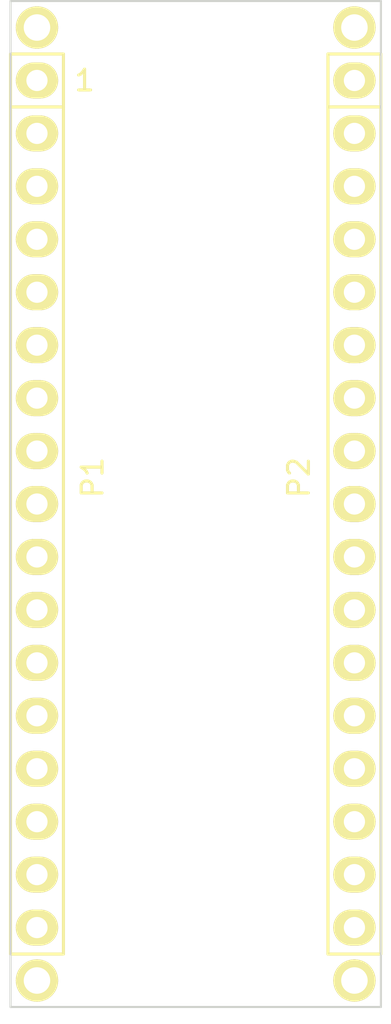
<source format=kicad_pcb>
(kicad_pcb (version 20221018) (generator pcbnew)
  (title_block (date "sam. 04 avril 2015"))
  (layers (0 "F.Cu" signal) (31 "B.Cu" signal) (34 "B.Paste" user) (35 "F.Paste" user) (36 "B.SilkS" user "B.Silkscreen") (37 "F.SilkS" user "F.Silkscreen") (38 "B.Mask" user) (39 "F.Mask" user) (44 "Edge.Cuts" user))
  (net 0 "")
  (net 1 "/MOSI")
  (net 2 "/SS")
  (net 3 "/Reset")
  (net 4 "GND")
  (net 5 "/2(SDA)")
  (net 6 "/3(**/SCL)")
  (net 7 "/4(A6)")
  (net 8 "/5(**)")
  (net 9 "/6(**/A7)")
  (net 10 "/7")
  (net 11 "/8(A8)")
  (net 12 "/9(**/A9)")
  (net 13 "/10(A10)")
  (net 14 "/11(**)")
  (net 15 "/12(A11)")
  (net 16 "/SCK")
  (net 17 "/MISO")
  (net 18 "/Vin")
  (net 19 "+5V")
  (net 20 "/A5")
  (net 21 "/A4")
  (net 22 "/A3")
  (net 23 "/A2")
  (net 24 "/A1")
  (net 25 "/A0")
  (net 26 "/AREF")
  (net 27 "/13(**)")
  (net 28 "Net-(P3-Pad1)")
  (net 29 "Net-(P4-Pad1)")
  (net 30 "Net-(P5-Pad1)")
  (net 31 "Net-(P6-Pad1)")
  (net 32 "/1(Tx1)")
  (net 33 "/0(Rx1)")
  (net 34 "Net-(P2-Pad7)")
  (net 35 "Net-(P2-Pad8)")
  (net 36 "+3V3")
  (footprint "Socket_Arduino_Micro:Socket_Strip_Arduino_1x17" (layer "F.Cu") (at 137.033 70.866 -90)
    (fp_text reference "P1" (at 19.05 -2.667 270) (layer "F.SilkS"))
    (fp_text value "Digital")
    (fp_line (start -1.27 -1.27) (end -1.27 1.27) (stroke (width 0.15)) (layer "F.SilkS"))
    (fp_line (start -1.27 1.27) (end 1.27 1.27) (stroke (width 0.15)) (layer "F.SilkS"))
    (fp_line (start 1.27 -1.27) (end -1.27 -1.27) (stroke (width 0.15)) (layer "F.SilkS"))
    (fp_line (start 1.27 1.27) (end 1.27 -1.27) (stroke (width 0.15)) (layer "F.SilkS"))
    (fp_line (start 1.27 1.27) (end 41.91 1.27) (stroke (width 0.15)) (layer "F.SilkS"))
    (fp_line (start 41.91 -1.27) (end 1.27 -1.27) (stroke (width 0.15)) (layer "F.SilkS"))
    (fp_line (start 41.91 1.27) (end 41.91 -1.27) (stroke (width 0.15)) (layer "F.SilkS"))
    (pad "1" thru_hole oval locked (at 0 0 270) (size 1.7272 2.032) (drill 1.016) (layers "*.Cu" "*.Mask" "F.SilkS") (net 1 "/MOSI"))
    (pad "2" thru_hole oval locked (at 2.54 0 270) (size 1.7272 2.032) (drill 1.016) (layers "*.Cu" "*.Mask" "F.SilkS") (net 2 "/SS"))
    (pad "3" thru_hole oval locked (at 5.08 0 270) (size 1.7272 2.032) (drill 1.016) (layers "*.Cu" "*.Mask" "F.SilkS") (net 32 "/1(Tx1)"))
    (pad "4" thru_hole oval locked (at 7.62 0 270) (size 1.7272 2.032) (drill 1.016) (layers "*.Cu" "*.Mask" "F.SilkS") (net 33 "/0(Rx1)"))
    (pad "5" thru_hole oval locked (at 10.16 0 270) (size 1.7272 2.032) (drill 1.016) (layers "*.Cu" "*.Mask" "F.SilkS") (net 3 "/Reset"))
    (pad "6" thru_hole oval locked (at 12.7 0 270) (size 1.7272 2.032) (drill 1.016) (layers "*.Cu" "*.Mask" "F.SilkS") (net 4 "GND"))
    (pad "7" thru_hole oval locked (at 15.24 0 270) (size 1.7272 2.032) (drill 1.016) (layers "*.Cu" "*.Mask" "F.SilkS") (net 5 "/2(SDA)"))
    (pad "8" thru_hole oval locked (at 17.78 0 270) (size 1.7272 2.032) (drill 1.016) (layers "*.Cu" "*.Mask" "F.SilkS") (net 6 "/3(**/SCL)"))
    (pad "9" thru_hole oval locked (at 20.32 0 270) (size 1.7272 2.032) (drill 1.016) (layers "*.Cu" "*.Mask" "F.SilkS") (net 7 "/4(A6)"))
    (pad "10" thru_hole oval locked (at 22.86 0 270) (size 1.7272 2.032) (drill 1.016) (layers "*.Cu" "*.Mask" "F.SilkS") (net 8 "/5(**)"))
    (pad "11" thru_hole oval locked (at 25.4 0 270) (size 1.7272 2.032) (drill 1.016) (layers "*.Cu" "*.Mask" "F.SilkS") (net 9 "/6(**/A7)"))
    (pad "12" thru_hole oval locked (at 27.94 0 270) (size 1.7272 2.032) (drill 1.016) (layers "*.Cu" "*.Mask" "F.SilkS") (net 10 "/7"))
    (pad "13" thru_hole oval locked (at 30.48 0 270) (size 1.7272 2.032) (drill 1.016) (layers "*.Cu" "*.Mask" "F.SilkS") (net 11 "/8(A8)"))
    (pad "14" thru_hole oval locked (at 33.02 0 270) (size 1.7272 2.032) (drill 1.016) (layers "*.Cu" "*.Mask" "F.SilkS") (net 12 "/9(**/A9)"))
    (pad "15" thru_hole oval locked (at 35.56 0 270) (size 1.7272 2.032) (drill 1.016) (layers "*.Cu" "*.Mask" "F.SilkS") (net 13 "/10(A10)"))
    (pad "16" thru_hole oval locked (at 38.1 0 270) (size 1.7272 2.032) (drill 1.016) (layers "*.Cu" "*.Mask" "F.SilkS") (net 14 "/11(**)"))
    (pad "17" thru_hole oval locked (at 40.64 0 270) (size 1.7272 2.032) (drill 1.016) (layers "*.Cu" "*.Mask" "F.SilkS") (net 15 "/12(A11)"))
  )
  (footprint "Socket_Arduino_Micro:Socket_Strip_Arduino_1x17" (layer "F.Cu") (at 152.273 70.866 -90)
    (fp_text reference "P2" (at 19.05 2.667 270) (layer "F.SilkS"))
    (fp_text value "Analog")
    (fp_line (start -1.27 -1.27) (end -1.27 1.27) (stroke (width 0.15)) (layer "F.SilkS"))
    (fp_line (start -1.27 1.27) (end 1.27 1.27) (stroke (width 0.15)) (layer "F.SilkS"))
    (fp_line (start 1.27 -1.27) (end -1.27 -1.27) (stroke (width 0.15)) (layer "F.SilkS"))
    (fp_line (start 1.27 1.27) (end 1.27 -1.27) (stroke (width 0.15)) (layer "F.SilkS"))
    (fp_line (start 1.27 1.27) (end 41.91 1.27) (stroke (width 0.15)) (layer "F.SilkS"))
    (fp_line (start 41.91 -1.27) (end 1.27 -1.27) (stroke (width 0.15)) (layer "F.SilkS"))
    (fp_line (start 41.91 1.27) (end 41.91 -1.27) (stroke (width 0.15)) (layer "F.SilkS"))
    (pad "1" thru_hole oval locked (at 0 0 270) (size 1.7272 2.032) (drill 1.016) (layers "*.Cu" "*.Mask" "F.SilkS") (net 16 "/SCK"))
    (pad "2" thru_hole oval locked (at 2.54 0 270) (size 1.7272 2.032) (drill 1.016) (layers "*.Cu" "*.Mask" "F.SilkS") (net 17 "/MISO"))
    (pad "3" thru_hole oval locked (at 5.08 0 270) (size 1.7272 2.032) (drill 1.016) (layers "*.Cu" "*.Mask" "F.SilkS") (net 18 "/Vin"))
    (pad "4" thru_hole oval locked (at 7.62 0 270) (size 1.7272 2.032) (drill 1.016) (layers "*.Cu" "*.Mask" "F.SilkS") (net 4 "GND"))
    (pad "5" thru_hole oval locked (at 10.16 0 270) (size 1.7272 2.032) (drill 1.016) (layers "*.Cu" "*.Mask" "F.SilkS") (net 3 "/Reset"))
    (pad "6" thru_hole oval locked (at 12.7 0 270) (size 1.7272 2.032) (drill 1.016) (layers "*.Cu" "*.Mask" "F.SilkS") (net 19 "+5V"))
    (pad "7" thru_hole oval locked (at 15.24 0 270) (size 1.7272 2.032) (drill 1.016) (layers "*.Cu" "*.Mask" "F.SilkS") (net 34 "Net-(P2-Pad7)"))
    (pad "8" thru_hole oval locked (at 17.78 0 270) (size 1.7272 2.032) (drill 1.016) (layers "*.Cu" "*.Mask" "F.SilkS") (net 35 "Net-(P2-Pad8)"))
    (pad "9" thru_hole oval locked (at 20.32 0 270) (size 1.7272 2.032) (drill 1.016) (layers "*.Cu" "*.Mask" "F.SilkS") (net 20 "/A5"))
    (pad "10" thru_hole oval locked (at 22.86 0 270) (size 1.7272 2.032) (drill 1.016) (layers "*.Cu" "*.Mask" "F.SilkS") (net 21 "/A4"))
    (pad "11" thru_hole oval locked (at 25.4 0 270) (size 1.7272 2.032) (drill 1.016) (layers "*.Cu" "*.Mask" "F.SilkS") (net 22 "/A3"))
    (pad "12" thru_hole oval locked (at 27.94 0 270) (size 1.7272 2.032) (drill 1.016) (layers "*.Cu" "*.Mask" "F.SilkS") (net 23 "/A2"))
    (pad "13" thru_hole oval locked (at 30.48 0 270) (size 1.7272 2.032) (drill 1.016) (layers "*.Cu" "*.Mask" "F.SilkS") (net 24 "/A1"))
    (pad "14" thru_hole oval locked (at 33.02 0 270) (size 1.7272 2.032) (drill 1.016) (layers "*.Cu" "*.Mask" "F.SilkS") (net 25 "/A0"))
    (pad "15" thru_hole oval locked (at 35.56 0 270) (size 1.7272 2.032) (drill 1.016) (layers "*.Cu" "*.Mask" "F.SilkS") (net 26 "/AREF"))
    (pad "16" thru_hole oval locked (at 38.1 0 270) (size 1.7272 2.032) (drill 1.016) (layers "*.Cu" "*.Mask" "F.SilkS") (net 36 "+3V3"))
    (pad "17" thru_hole oval locked (at 40.64 0 270) (size 1.7272 2.032) (drill 1.016) (layers "*.Cu" "*.Mask" "F.SilkS") (net 27 "/13(**)"))
  )
  (footprint "Socket_Arduino_Micro:1pin_Micro" (layer "F.Cu") (at 137.033 68.326)
    (fp_text reference "P3" hide)
    (fp_text value "CONN_01X01" hide)
    (pad "1" thru_hole circle locked (at 0 0) (size 2.032 2.032) (drill 1.27) (layers "*.Cu" "*.Mask" "F.SilkS") (net 28 "Net-(P3-Pad1)"))
  )
  (footprint "Socket_Arduino_Micro:1pin_Micro" (layer "F.Cu") (at 137.033 114.046)
    (fp_text reference "P4" hide)
    (fp_text value "CONN_01X01" hide)
    (pad "1" thru_hole circle locked (at 0 0) (size 2.032 2.032) (drill 1.27) (layers "*.Cu" "*.Mask" "F.SilkS") (net 29 "Net-(P4-Pad1)"))
  )
  (footprint "Socket_Arduino_Micro:1pin_Micro" (layer "F.Cu") (at 152.273 114.046)
    (fp_text reference "P5" hide)
    (fp_text value "CONN_01X01" hide)
    (pad "1" thru_hole circle locked (at 0 0) (size 2.032 2.032) (drill 1.27) (layers "*.Cu" "*.Mask" "F.SilkS") (net 30 "Net-(P5-Pad1)"))
  )
  (footprint "Socket_Arduino_Micro:1pin_Micro" (layer "F.Cu") (at 152.273 68.326)
    (fp_text reference "P6" hide)
    (fp_text value "CONN_01X01" hide)
    (pad "1" thru_hole circle locked (at 0 0) (size 2.032 2.032) (drill 1.27) (layers "*.Cu" "*.Mask" "F.SilkS") (net 31 "Net-(P6-Pad1)"))
  )
  (gr_line (start 153.543 67.056) (end 135.763 67.056) (stroke (width 0.1)) (layer "Edge.Cuts"))
  (gr_line (start 153.543 115.316) (end 153.543 67.056) (stroke (width 0.1)) (layer "Edge.Cuts"))
  (gr_line (start 135.763 67.056) (end 135.763 115.316) (stroke (width 0.1)) (layer "Edge.Cuts"))
  (gr_line (start 135.763 115.316) (end 153.543 115.316) (stroke (width 0.1)) (layer "Edge.Cuts"))
  (gr_text "1" (at 139.319 70.866) (layer "F.SilkS") (effects (font (size 1 1))))
)
</source>
